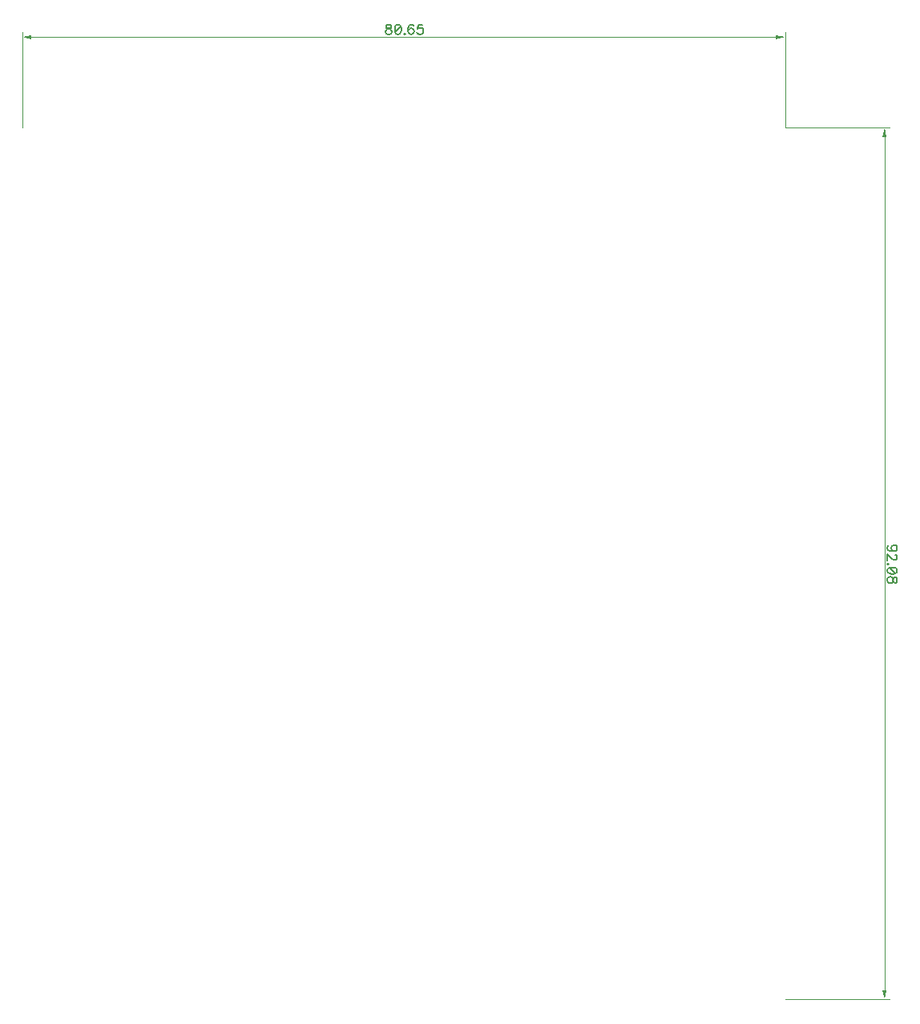
<source format=gbr>
G04 DipTrace 3.2.0.1*
G04 TopDimension.gbr*
%MOIN*%
G04 #@! TF.FileFunction,Drawing,Top*
G04 #@! TF.Part,Single*
%ADD13C,0.001378*%
%ADD41C,0.006176*%
%FSLAX26Y26*%
G04*
G70*
G90*
G75*
G01*
G04 TopDimension*
%LPD*%
X-1300000Y3050000D2*
D13*
Y3444685D1*
X1875000Y3050000D2*
Y3444685D1*
X287500Y3425000D2*
X-1260630D1*
G36*
X-1300000D2*
X-1260630Y3432874D1*
Y3417126D1*
X-1300000Y3425000D1*
G37*
X287500D2*
D13*
X1835630D1*
G36*
X1875000D2*
X1835630Y3417126D1*
Y3432874D1*
X1875000Y3425000D1*
G37*
Y3050000D2*
D13*
X2307185D1*
X1875000Y-575000D2*
X2307185D1*
X2287500Y1237500D2*
Y3010630D1*
G36*
Y3050000D2*
X2295374Y3010630D1*
X2279626D1*
X2287500Y3050000D1*
G37*
Y1237500D2*
D13*
Y-535630D1*
G36*
Y-575000D2*
X2279626Y-535630D1*
X2295374D1*
X2287500Y-575000D1*
G37*
X220918Y3477359D2*
D41*
X215214Y3475457D1*
X213268Y3471655D1*
Y3467808D1*
X215214Y3464005D1*
X219016Y3462060D1*
X226666Y3460159D1*
X232414Y3458257D1*
X236216Y3454411D1*
X238118Y3450608D1*
Y3444860D1*
X236216Y3441058D1*
X234315Y3439112D1*
X228567Y3437211D1*
X220918D1*
X215214Y3439112D1*
X213268Y3441058D1*
X211367Y3444860D1*
Y3450608D1*
X213268Y3454411D1*
X217115Y3458257D1*
X222819Y3460159D1*
X230468Y3462060D1*
X234315Y3464005D1*
X236216Y3467808D1*
Y3471655D1*
X234315Y3475457D1*
X228567Y3477359D1*
X220918D1*
X261965D2*
X256217Y3475457D1*
X252370Y3469709D1*
X250469Y3460159D1*
Y3454411D1*
X252370Y3444860D1*
X256217Y3439112D1*
X261965Y3437211D1*
X265768D1*
X271516Y3439112D1*
X275318Y3444860D1*
X277264Y3454411D1*
Y3460159D1*
X275318Y3469709D1*
X271516Y3475457D1*
X265768Y3477359D1*
X261965D1*
X275318Y3469709D2*
X252370Y3444860D1*
X291516Y3441058D2*
X289615Y3439112D1*
X291516Y3437211D1*
X293462Y3439112D1*
X291516Y3441058D1*
X328761Y3471655D2*
X326860Y3475457D1*
X321112Y3477359D1*
X317309D1*
X311561Y3475457D1*
X307715Y3469709D1*
X305813Y3460159D1*
Y3450608D1*
X307715Y3442959D1*
X311561Y3439112D1*
X317309Y3437211D1*
X319211D1*
X324914Y3439112D1*
X328761Y3442959D1*
X330662Y3448707D1*
Y3450608D1*
X328761Y3456356D1*
X324914Y3460159D1*
X319211Y3462060D1*
X317309D1*
X311561Y3460159D1*
X307715Y3456356D1*
X305813Y3450608D1*
X365962Y3477359D2*
X346861D1*
X344959Y3460159D1*
X346861Y3462060D1*
X352609Y3464005D1*
X358312D1*
X364060Y3462060D1*
X367907Y3458257D1*
X369809Y3452509D1*
Y3448707D1*
X367907Y3442959D1*
X364060Y3439112D1*
X358312Y3437211D1*
X352609D1*
X346861Y3439112D1*
X344959Y3441058D1*
X343014Y3444860D1*
X2326505Y1288762D2*
X2320757Y1290707D1*
X2316911Y1294510D1*
X2315009Y1300258D1*
Y1302159D1*
X2316911Y1307907D1*
X2320757Y1311709D1*
X2326505Y1313655D1*
X2328407D1*
X2334155Y1311709D1*
X2337957Y1307907D1*
X2339859Y1302159D1*
Y1300258D1*
X2337957Y1294510D1*
X2334155Y1290707D1*
X2326505Y1288762D1*
X2316911D1*
X2307360Y1290707D1*
X2301612Y1294510D1*
X2299711Y1300258D1*
Y1304060D1*
X2301612Y1309808D1*
X2305459Y1311709D1*
X2330308Y1274465D2*
X2332209D1*
X2336056Y1272563D1*
X2337957Y1270662D1*
X2339859Y1266815D1*
Y1259166D1*
X2337957Y1255363D1*
X2336056Y1253462D1*
X2332209Y1251517D1*
X2328407D1*
X2324560Y1253462D1*
X2318856Y1257265D1*
X2299711Y1276410D1*
Y1249615D1*
X2303558Y1235363D2*
X2301612Y1237264D1*
X2299711Y1235363D1*
X2301612Y1233417D1*
X2303558Y1235363D1*
X2339859Y1209570D2*
X2337957Y1215318D1*
X2332209Y1219165D1*
X2322659Y1221066D1*
X2316911D1*
X2307360Y1219165D1*
X2301612Y1215318D1*
X2299711Y1209570D1*
Y1205767D1*
X2301612Y1200019D1*
X2307360Y1196217D1*
X2316911Y1194271D1*
X2322659D1*
X2332209Y1196217D1*
X2337957Y1200019D1*
X2339859Y1205767D1*
Y1209570D1*
X2332209Y1196217D2*
X2307360Y1219165D1*
X2339859Y1172369D2*
X2337957Y1178073D1*
X2334155Y1180019D1*
X2330308D1*
X2326505Y1178073D1*
X2324560Y1174271D1*
X2322659Y1166621D1*
X2320757Y1160873D1*
X2316911Y1157071D1*
X2313108Y1155169D1*
X2307360D1*
X2303558Y1157071D1*
X2301612Y1158972D1*
X2299711Y1164720D1*
Y1172369D1*
X2301612Y1178073D1*
X2303558Y1180019D1*
X2307360Y1181920D1*
X2313108D1*
X2316911Y1180019D1*
X2320757Y1176172D1*
X2322659Y1170468D1*
X2324560Y1162819D1*
X2326505Y1158972D1*
X2330308Y1157071D1*
X2334155D1*
X2337957Y1158972D1*
X2339859Y1164720D1*
Y1172369D1*
M02*

</source>
